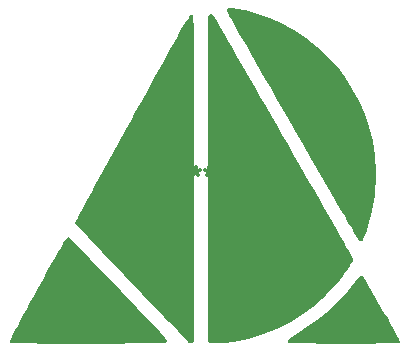
<source format=gbr>
%TF.GenerationSoftware,KiCad,Pcbnew,9.0.2*%
%TF.CreationDate,2025-07-02T04:02:23-04:00*%
%TF.ProjectId,PassPad_KiCAD,50617373-5061-4645-9f4b-694341442e6b,rev?*%
%TF.SameCoordinates,Original*%
%TF.FileFunction,Legend,Bot*%
%TF.FilePolarity,Positive*%
%FSLAX46Y46*%
G04 Gerber Fmt 4.6, Leading zero omitted, Abs format (unit mm)*
G04 Created by KiCad (PCBNEW 9.0.2) date 2025-07-02 04:02:23*
%MOMM*%
%LPD*%
G01*
G04 APERTURE LIST*
%ADD10C,0.300000*%
%ADD11C,0.000000*%
G04 APERTURE END LIST*
D10*
X132290177Y-89737257D02*
X132433035Y-89665828D01*
X132433035Y-89665828D02*
X132647320Y-89665828D01*
X132647320Y-89665828D02*
X132861606Y-89737257D01*
X132861606Y-89737257D02*
X133004463Y-89880114D01*
X133004463Y-89880114D02*
X133075892Y-90022971D01*
X133075892Y-90022971D02*
X133147320Y-90308685D01*
X133147320Y-90308685D02*
X133147320Y-90522971D01*
X133147320Y-90522971D02*
X133075892Y-90808685D01*
X133075892Y-90808685D02*
X133004463Y-90951542D01*
X133004463Y-90951542D02*
X132861606Y-91094400D01*
X132861606Y-91094400D02*
X132647320Y-91165828D01*
X132647320Y-91165828D02*
X132504463Y-91165828D01*
X132504463Y-91165828D02*
X132290177Y-91094400D01*
X132290177Y-91094400D02*
X132218749Y-91022971D01*
X132218749Y-91022971D02*
X132218749Y-90522971D01*
X132218749Y-90522971D02*
X132504463Y-90522971D01*
X131361606Y-89665828D02*
X131361606Y-90022971D01*
X131718749Y-89880114D02*
X131361606Y-90022971D01*
X131361606Y-90022971D02*
X131004463Y-89880114D01*
X131575892Y-90308685D02*
X131361606Y-90022971D01*
X131361606Y-90022971D02*
X131147320Y-90308685D01*
X130218749Y-89665828D02*
X130218749Y-90022971D01*
X130575892Y-89880114D02*
X130218749Y-90022971D01*
X130218749Y-90022971D02*
X129861606Y-89880114D01*
X130433035Y-90308685D02*
X130218749Y-90022971D01*
X130218749Y-90022971D02*
X130004463Y-90308685D01*
X129075892Y-89665828D02*
X129075892Y-90022971D01*
X129433035Y-89880114D02*
X129075892Y-90022971D01*
X129075892Y-90022971D02*
X128718749Y-89880114D01*
X129290178Y-90308685D02*
X129075892Y-90022971D01*
X129075892Y-90022971D02*
X128861606Y-90308685D01*
D11*
%TO.C,G\u002A\u002A\u002A*%
G36*
X145925856Y-101537500D02*
G01*
X146170961Y-101965069D01*
X146443406Y-102443925D01*
X146691832Y-102884522D01*
X146912465Y-103279990D01*
X147101529Y-103623461D01*
X147255246Y-103908066D01*
X147369840Y-104126937D01*
X147441537Y-104273204D01*
X147466559Y-104340000D01*
X147454455Y-104433786D01*
X147408750Y-104527500D01*
X147403015Y-104530312D01*
X147319820Y-104541306D01*
X147147292Y-104551237D01*
X146894020Y-104560111D01*
X146568593Y-104567931D01*
X146179599Y-104574704D01*
X145735628Y-104580432D01*
X145245267Y-104585121D01*
X144717107Y-104588775D01*
X144159734Y-104591399D01*
X143581739Y-104592997D01*
X142991710Y-104593575D01*
X142398236Y-104593136D01*
X141809906Y-104591685D01*
X141235307Y-104589227D01*
X140683030Y-104585766D01*
X140161662Y-104581307D01*
X139679793Y-104575855D01*
X139246011Y-104569414D01*
X138868905Y-104561988D01*
X138557064Y-104553583D01*
X138319077Y-104544202D01*
X138163532Y-104533851D01*
X138099018Y-104522534D01*
X138046204Y-104459943D01*
X138026961Y-104312141D01*
X138035731Y-104265521D01*
X138079954Y-104182198D01*
X138175987Y-104098735D01*
X138343750Y-103995201D01*
X138886724Y-103676817D01*
X139731546Y-103142569D01*
X140499277Y-102601322D01*
X141203828Y-102040988D01*
X141859105Y-101449475D01*
X142479020Y-100814696D01*
X143077479Y-100124558D01*
X143668392Y-99366974D01*
X143777147Y-99221740D01*
X143905363Y-99057221D01*
X143998997Y-98952234D01*
X144072363Y-98893583D01*
X144139776Y-98868071D01*
X144215548Y-98862500D01*
X144387345Y-98862500D01*
X145925856Y-101537500D01*
G37*
G36*
X133333650Y-76194234D02*
G01*
X133661594Y-76240614D01*
X134380956Y-76383874D01*
X135434656Y-76666356D01*
X136467003Y-77028035D01*
X137457750Y-77461545D01*
X138386650Y-77959520D01*
X138526471Y-78043330D01*
X139534347Y-78711642D01*
X140471819Y-79449531D01*
X141336675Y-80253609D01*
X142126703Y-81120490D01*
X142839691Y-82046783D01*
X143473425Y-83029102D01*
X144025694Y-84064059D01*
X144494284Y-85148265D01*
X144876985Y-86278332D01*
X145171582Y-87450873D01*
X145375865Y-88662500D01*
X145392787Y-88818154D01*
X145417168Y-89170475D01*
X145432708Y-89586832D01*
X145439580Y-90044149D01*
X145437955Y-90519350D01*
X145428007Y-90989362D01*
X145409906Y-91431107D01*
X145383825Y-91821511D01*
X145349937Y-92137500D01*
X145303181Y-92446450D01*
X145221458Y-92905432D01*
X145125960Y-93369153D01*
X145020023Y-93826123D01*
X144906982Y-94264852D01*
X144790171Y-94673850D01*
X144672926Y-95041626D01*
X144558583Y-95356691D01*
X144450476Y-95607554D01*
X144351941Y-95782725D01*
X144266312Y-95870714D01*
X144175417Y-95898821D01*
X144054915Y-95892166D01*
X144023510Y-95853141D01*
X143941942Y-95727564D01*
X143811634Y-95515984D01*
X143632889Y-95218922D01*
X143406013Y-94836902D01*
X143131311Y-94370446D01*
X142809086Y-93820077D01*
X142439643Y-93186317D01*
X142023287Y-92469689D01*
X141560323Y-91670716D01*
X141051054Y-90789919D01*
X140495786Y-89827821D01*
X139894823Y-88784946D01*
X139248469Y-87661815D01*
X138557030Y-86458952D01*
X138534180Y-86419180D01*
X138017223Y-85519281D01*
X137512337Y-84640212D01*
X137021882Y-83786089D01*
X136548219Y-82961030D01*
X136093706Y-82169150D01*
X135660706Y-81414567D01*
X135251578Y-80701397D01*
X134868681Y-80033758D01*
X134514377Y-79415765D01*
X134191026Y-78851536D01*
X133900988Y-78345188D01*
X133646623Y-77900837D01*
X133430291Y-77522600D01*
X133254352Y-77214594D01*
X133121167Y-76980935D01*
X133033097Y-76825741D01*
X132992500Y-76753128D01*
X132920442Y-76608531D01*
X132857312Y-76425905D01*
X132861739Y-76297244D01*
X132939052Y-76218467D01*
X133094579Y-76185491D01*
X133333650Y-76194234D01*
G37*
G36*
X119484195Y-95601914D02*
G01*
X119514582Y-95629721D01*
X119609882Y-95724739D01*
X119764553Y-95881906D01*
X119973328Y-96095743D01*
X120230943Y-96360773D01*
X120532133Y-96671516D01*
X120871632Y-97022495D01*
X121244176Y-97408230D01*
X121644498Y-97823244D01*
X122067335Y-98262057D01*
X122507420Y-98719192D01*
X122959489Y-99189170D01*
X123418277Y-99666513D01*
X123878518Y-100145742D01*
X124334947Y-100621378D01*
X124782299Y-101087944D01*
X125215309Y-101539961D01*
X125628711Y-101971951D01*
X126017241Y-102378434D01*
X126375634Y-102753933D01*
X126698623Y-103092969D01*
X126980945Y-103390065D01*
X127217334Y-103639740D01*
X127402524Y-103836517D01*
X127531250Y-103974918D01*
X127620633Y-104078785D01*
X127738117Y-104263213D01*
X127767043Y-104411395D01*
X127708750Y-104527500D01*
X127699907Y-104531758D01*
X127647591Y-104540453D01*
X127546820Y-104548278D01*
X127393630Y-104555270D01*
X127184056Y-104561465D01*
X126914132Y-104566899D01*
X126579894Y-104571607D01*
X126177376Y-104575627D01*
X125702614Y-104578993D01*
X125151643Y-104581743D01*
X124520497Y-104583911D01*
X123805213Y-104585535D01*
X123001824Y-104586651D01*
X122106365Y-104587293D01*
X121114873Y-104587500D01*
X120729727Y-104587518D01*
X119813333Y-104587663D01*
X118990071Y-104587779D01*
X118255003Y-104587651D01*
X117603193Y-104587067D01*
X117029704Y-104585812D01*
X116529602Y-104583672D01*
X116097948Y-104580435D01*
X115729807Y-104575885D01*
X115420242Y-104569810D01*
X115164317Y-104561996D01*
X114957095Y-104552228D01*
X114793641Y-104540294D01*
X114669017Y-104525979D01*
X114578287Y-104509070D01*
X114516516Y-104489353D01*
X114478766Y-104466614D01*
X114460101Y-104440640D01*
X114455585Y-104411216D01*
X114460281Y-104378130D01*
X114469253Y-104341166D01*
X114477565Y-104300113D01*
X114482695Y-104284919D01*
X114528058Y-104188611D01*
X114617279Y-104013595D01*
X114747010Y-103766073D01*
X114913906Y-103452245D01*
X115114619Y-103078313D01*
X115345802Y-102650477D01*
X115604110Y-102174939D01*
X115886194Y-101657900D01*
X116188709Y-101105560D01*
X116508308Y-100524121D01*
X116841644Y-99919784D01*
X117246655Y-99187744D01*
X117635863Y-98486632D01*
X117980406Y-97868778D01*
X118281701Y-97331707D01*
X118541166Y-96872942D01*
X118760218Y-96490005D01*
X118940274Y-96180419D01*
X119082753Y-95941709D01*
X119189072Y-95771396D01*
X119260648Y-95667004D01*
X119298899Y-95626056D01*
X119385564Y-95599848D01*
X119484195Y-95601914D01*
G37*
G36*
X131658881Y-76775000D02*
G01*
X131670824Y-76790867D01*
X131730306Y-76885149D01*
X131835184Y-77059101D01*
X131982809Y-77308103D01*
X132170530Y-77627536D01*
X132395699Y-78012783D01*
X132655666Y-78459223D01*
X132947781Y-78962239D01*
X133269395Y-79517211D01*
X133617859Y-80119520D01*
X133990523Y-80764547D01*
X134384737Y-81447674D01*
X134797852Y-82164281D01*
X135227218Y-82909750D01*
X135670187Y-83679462D01*
X136124108Y-84468798D01*
X136586332Y-85273138D01*
X137054209Y-86087865D01*
X137525090Y-86908359D01*
X137996326Y-87730002D01*
X138465267Y-88548174D01*
X138929263Y-89358256D01*
X139385665Y-90155630D01*
X139831823Y-90935677D01*
X140265089Y-91693778D01*
X140682812Y-92425314D01*
X141082343Y-93125665D01*
X141461032Y-93790215D01*
X141816230Y-94414342D01*
X142145288Y-94993429D01*
X142445556Y-95522856D01*
X142714384Y-95998005D01*
X142949123Y-96414257D01*
X143147124Y-96766992D01*
X143305736Y-97051593D01*
X143422311Y-97263439D01*
X143494199Y-97397913D01*
X143518750Y-97450395D01*
X143517966Y-97461903D01*
X143478503Y-97576524D01*
X143385268Y-97754777D01*
X143246343Y-97984643D01*
X143069806Y-98254104D01*
X142863741Y-98551139D01*
X142636227Y-98863730D01*
X142395345Y-99179857D01*
X142149176Y-99487500D01*
X141938430Y-99733188D01*
X141607122Y-100092249D01*
X141237933Y-100468555D01*
X140855143Y-100838180D01*
X140483029Y-101177199D01*
X140145870Y-101461687D01*
X139281114Y-102102903D01*
X138271777Y-102735653D01*
X137219654Y-103279492D01*
X136129019Y-103732666D01*
X135004142Y-104093423D01*
X133849295Y-104360009D01*
X132668750Y-104530671D01*
X132565263Y-104540850D01*
X132177395Y-104570561D01*
X131846231Y-104582059D01*
X131582207Y-104575509D01*
X131395759Y-104551077D01*
X131297322Y-104508928D01*
X131290608Y-104497718D01*
X131283104Y-104471160D01*
X131276136Y-104427011D01*
X131269683Y-104361837D01*
X131263726Y-104272205D01*
X131258246Y-104154680D01*
X131253223Y-104005830D01*
X131248638Y-103822220D01*
X131244471Y-103600416D01*
X131240703Y-103336986D01*
X131237314Y-103028495D01*
X131234285Y-102671510D01*
X131231597Y-102262596D01*
X131229229Y-101798321D01*
X131227162Y-101275250D01*
X131225378Y-100689950D01*
X131223856Y-100038987D01*
X131222576Y-99318928D01*
X131221521Y-98526338D01*
X131220669Y-97657784D01*
X131220002Y-96709832D01*
X131219499Y-95679049D01*
X131219142Y-94562001D01*
X131218912Y-93355254D01*
X131218788Y-92055374D01*
X131218750Y-90658928D01*
X131218752Y-89807276D01*
X131218772Y-88478207D01*
X131218837Y-87243513D01*
X131218971Y-86099690D01*
X131219199Y-85043233D01*
X131219548Y-84070640D01*
X131220041Y-83178405D01*
X131220705Y-82363024D01*
X131221565Y-81620993D01*
X131222645Y-80948809D01*
X131223972Y-80342966D01*
X131225570Y-79799961D01*
X131227465Y-79316289D01*
X131229682Y-78888447D01*
X131232246Y-78512930D01*
X131235183Y-78186233D01*
X131238517Y-77904854D01*
X131242274Y-77665288D01*
X131246480Y-77464029D01*
X131251159Y-77297576D01*
X131256337Y-77162422D01*
X131262040Y-77055064D01*
X131268291Y-76971999D01*
X131275117Y-76909721D01*
X131282543Y-76864726D01*
X131290594Y-76833511D01*
X131299295Y-76812571D01*
X131308673Y-76798402D01*
X131318750Y-76787500D01*
X131412214Y-76713837D01*
X131529382Y-76697445D01*
X131658881Y-76775000D01*
G37*
G36*
X129879435Y-76725689D02*
G01*
X129905572Y-76735701D01*
X129931375Y-76751585D01*
X129958889Y-76769869D01*
X129966463Y-76777882D01*
X129974513Y-76796515D01*
X129982001Y-76828610D01*
X129988951Y-76877627D01*
X129995388Y-76947030D01*
X130001335Y-77040279D01*
X130006818Y-77160836D01*
X130011861Y-77312162D01*
X130016487Y-77497719D01*
X130020722Y-77720968D01*
X130024589Y-77985371D01*
X130028113Y-78294390D01*
X130031318Y-78651486D01*
X130034229Y-79060120D01*
X130036870Y-79523754D01*
X130039265Y-80045851D01*
X130041438Y-80629870D01*
X130043414Y-81279273D01*
X130045217Y-81997524D01*
X130046872Y-82788081D01*
X130048403Y-83654408D01*
X130049833Y-84599966D01*
X130051188Y-85628216D01*
X130052492Y-86742620D01*
X130053769Y-87946640D01*
X130055044Y-89243736D01*
X130056340Y-90637371D01*
X130056706Y-91040380D01*
X130057914Y-92405105D01*
X130058971Y-93674287D01*
X130059857Y-94851400D01*
X130060556Y-95939921D01*
X130061046Y-96943324D01*
X130061311Y-97865086D01*
X130061330Y-98708682D01*
X130061086Y-99477587D01*
X130060559Y-100175276D01*
X130059730Y-100805226D01*
X130058582Y-101370910D01*
X130057094Y-101875806D01*
X130055249Y-102323388D01*
X130053028Y-102717131D01*
X130050411Y-103060512D01*
X130047380Y-103357005D01*
X130043916Y-103610086D01*
X130040000Y-103823231D01*
X130035614Y-103999915D01*
X130030739Y-104143612D01*
X130025356Y-104257800D01*
X130019447Y-104345952D01*
X130012991Y-104411545D01*
X130005972Y-104458054D01*
X129998369Y-104488955D01*
X129990165Y-104507722D01*
X129981340Y-104517832D01*
X129968560Y-104527127D01*
X129822650Y-104582707D01*
X129688156Y-104549234D01*
X129666013Y-104529311D01*
X129577947Y-104441911D01*
X129429133Y-104290471D01*
X129224384Y-104080036D01*
X128968513Y-103815652D01*
X128666335Y-103502362D01*
X128322662Y-103145212D01*
X127942308Y-102749247D01*
X127530088Y-102319511D01*
X127090813Y-101861050D01*
X126629299Y-101378909D01*
X126150358Y-100878132D01*
X125658805Y-100363764D01*
X125159452Y-99840851D01*
X124657113Y-99314437D01*
X124156602Y-98789566D01*
X123662732Y-98271285D01*
X123180317Y-97764638D01*
X122714171Y-97274670D01*
X122269107Y-96806425D01*
X121849938Y-96364949D01*
X121461478Y-95955287D01*
X121108541Y-95582483D01*
X120795940Y-95251582D01*
X120528489Y-94967630D01*
X120311002Y-94735671D01*
X120148291Y-94560750D01*
X120045171Y-94447912D01*
X120006455Y-94402202D01*
X120005842Y-94400721D01*
X120005174Y-94377858D01*
X120015418Y-94337203D01*
X120038453Y-94275272D01*
X120076160Y-94188583D01*
X120130418Y-94073654D01*
X120203107Y-93927001D01*
X120296107Y-93745143D01*
X120411299Y-93524596D01*
X120550561Y-93261878D01*
X120715774Y-92953506D01*
X120908817Y-92595997D01*
X121131572Y-92185869D01*
X121385916Y-91719638D01*
X121673731Y-91193823D01*
X121996897Y-90604941D01*
X122357292Y-89949509D01*
X122756797Y-89224044D01*
X123197292Y-88425063D01*
X123680657Y-87549084D01*
X124208772Y-86592625D01*
X124783516Y-85552202D01*
X125077368Y-85020340D01*
X125628661Y-84022509D01*
X126134593Y-83106955D01*
X126597213Y-82270205D01*
X127018566Y-81508786D01*
X127400699Y-80819225D01*
X127745659Y-80198049D01*
X128055492Y-79641785D01*
X128332244Y-79146961D01*
X128577963Y-78710102D01*
X128794695Y-78327737D01*
X128984486Y-77996392D01*
X129149383Y-77712595D01*
X129291433Y-77472872D01*
X129412682Y-77273751D01*
X129515177Y-77111759D01*
X129600964Y-76983422D01*
X129672090Y-76885269D01*
X129730602Y-76813825D01*
X129778546Y-76765618D01*
X129817968Y-76737175D01*
X129850915Y-76725023D01*
X129879435Y-76725689D01*
G37*
%TD*%
M02*

</source>
